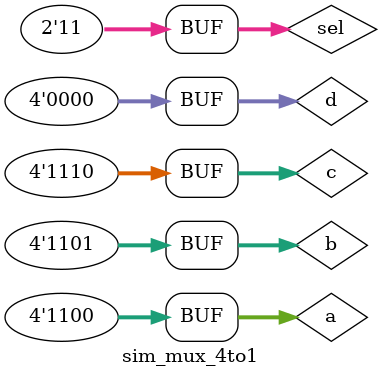
<source format=v>
`timescale 1ns / 1ps


module sim_mux_4to1;
    reg [3:0] a, b, c, d;
    reg [1:0] sel;
    wire [3:0] out;
    mux_4to1 mux_4to1(
        .in0(a),
        .in1(b),
        .in2(c),
        .in3(d),
        .sel(sel),
        .out(out)
    );
    
    initial
        begin
            sel <= 00;
            a <= 4'b0100; b <= 4'b0001; c <= 4'b0010; d <= 4'b0011;
            
            #200
            sel <= 01;
            a <= 4'b0100; b <= 4'b0111; c <= 4'b0110; d <= 4'b0111;
            
            #200
            sel <= 10;
            a <= 4'b1000; b <= 4'b1001; c <= 4'b0001; d <= 4'b1011;
            
            #200
            sel <= 11;
            a <= 4'b1100; b <= 4'b1101; c <= 4'b1110; d <= 4'b0000;
        end
endmodule

</source>
